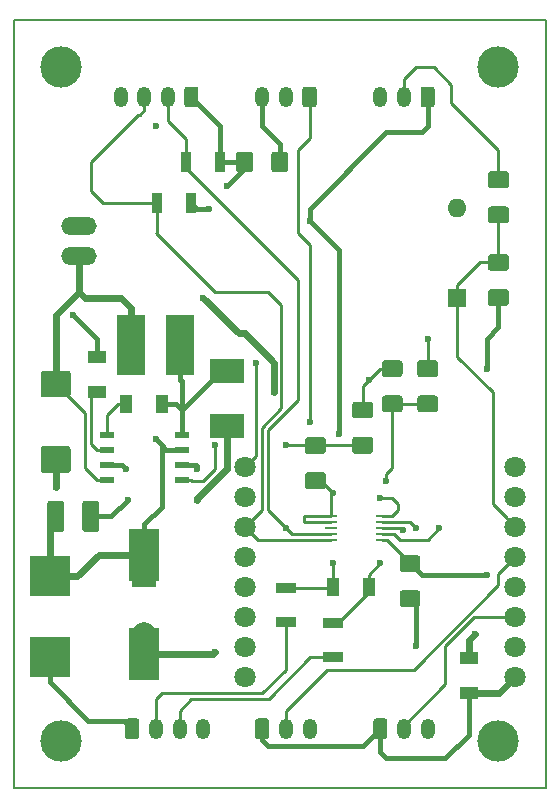
<source format=gbr>
%TF.GenerationSoftware,KiCad,Pcbnew,5.1.1*%
%TF.CreationDate,2019-04-24T12:59:08+01:00*%
%TF.ProjectId,ESP8266_home_battery_controller,45535038-3236-4365-9f68-6f6d655f6261,0.6*%
%TF.SameCoordinates,Original*%
%TF.FileFunction,Copper,L1,Top*%
%TF.FilePolarity,Positive*%
%FSLAX46Y46*%
G04 Gerber Fmt 4.6, Leading zero omitted, Abs format (unit mm)*
G04 Created by KiCad (PCBNEW 5.1.1) date 2019-04-24 12:59:08*
%MOMM*%
%LPD*%
G04 APERTURE LIST*
%ADD10C,0.150000*%
%ADD11O,1.200000X1.750000*%
%ADD12C,0.100000*%
%ADD13C,1.200000*%
%ADD14R,1.600000X1.000000*%
%ADD15R,2.350000X5.100000*%
%ADD16C,1.800000*%
%ADD17C,3.500000*%
%ADD18R,1.100000X0.250000*%
%ADD19R,1.700000X0.900000*%
%ADD20R,3.500000X3.500000*%
%ADD21O,3.010000X1.510000*%
%ADD22R,1.143000X0.508000*%
%ADD23R,1.000000X1.600000*%
%ADD24R,3.000000X2.000000*%
%ADD25R,0.900000X1.700000*%
%ADD26C,1.425000*%
%ADD27C,2.250000*%
%ADD28R,2.500000X4.400000*%
%ADD29C,2.000000*%
%ADD30R,2.000000X2.000000*%
%ADD31R,1.600000X1.600000*%
%ADD32O,1.600000X1.600000*%
%ADD33C,0.600000*%
%ADD34C,0.250000*%
%ADD35C,0.600000*%
%ADD36C,0.400000*%
G04 APERTURE END LIST*
D10*
X150000000Y-55000000D02*
X195000000Y-55000000D01*
X150000000Y-120000000D02*
X150000000Y-55000000D01*
X195000000Y-120000000D02*
X150000000Y-120000000D01*
X195000000Y-55000000D02*
X195000000Y-120000000D01*
D11*
X171000000Y-61500000D03*
X173000000Y-61500000D03*
D12*
G36*
X175374505Y-60626204D02*
G01*
X175398773Y-60629804D01*
X175422572Y-60635765D01*
X175445671Y-60644030D01*
X175467850Y-60654520D01*
X175488893Y-60667132D01*
X175508599Y-60681747D01*
X175526777Y-60698223D01*
X175543253Y-60716401D01*
X175557868Y-60736107D01*
X175570480Y-60757150D01*
X175580970Y-60779329D01*
X175589235Y-60802428D01*
X175595196Y-60826227D01*
X175598796Y-60850495D01*
X175600000Y-60874999D01*
X175600000Y-62125001D01*
X175598796Y-62149505D01*
X175595196Y-62173773D01*
X175589235Y-62197572D01*
X175580970Y-62220671D01*
X175570480Y-62242850D01*
X175557868Y-62263893D01*
X175543253Y-62283599D01*
X175526777Y-62301777D01*
X175508599Y-62318253D01*
X175488893Y-62332868D01*
X175467850Y-62345480D01*
X175445671Y-62355970D01*
X175422572Y-62364235D01*
X175398773Y-62370196D01*
X175374505Y-62373796D01*
X175350001Y-62375000D01*
X174649999Y-62375000D01*
X174625495Y-62373796D01*
X174601227Y-62370196D01*
X174577428Y-62364235D01*
X174554329Y-62355970D01*
X174532150Y-62345480D01*
X174511107Y-62332868D01*
X174491401Y-62318253D01*
X174473223Y-62301777D01*
X174456747Y-62283599D01*
X174442132Y-62263893D01*
X174429520Y-62242850D01*
X174419030Y-62220671D01*
X174410765Y-62197572D01*
X174404804Y-62173773D01*
X174401204Y-62149505D01*
X174400000Y-62125001D01*
X174400000Y-60874999D01*
X174401204Y-60850495D01*
X174404804Y-60826227D01*
X174410765Y-60802428D01*
X174419030Y-60779329D01*
X174429520Y-60757150D01*
X174442132Y-60736107D01*
X174456747Y-60716401D01*
X174473223Y-60698223D01*
X174491401Y-60681747D01*
X174511107Y-60667132D01*
X174532150Y-60654520D01*
X174554329Y-60644030D01*
X174577428Y-60635765D01*
X174601227Y-60629804D01*
X174625495Y-60626204D01*
X174649999Y-60625000D01*
X175350001Y-60625000D01*
X175374505Y-60626204D01*
X175374505Y-60626204D01*
G37*
D13*
X175000000Y-61500000D03*
D14*
X157000000Y-86500000D03*
X157000000Y-83500000D03*
D15*
X159925000Y-82500000D03*
X164075000Y-82500000D03*
D16*
X169570000Y-92840000D03*
X169570000Y-95380000D03*
X169570000Y-97920000D03*
X169570000Y-100460000D03*
X169570000Y-103000000D03*
X169570000Y-105540000D03*
X169570000Y-108080000D03*
X169570000Y-110620000D03*
X192430000Y-110620000D03*
X192430000Y-108080000D03*
X192430000Y-105540000D03*
X192430000Y-103000000D03*
X192430000Y-100460000D03*
X192430000Y-97920000D03*
X192430000Y-95380000D03*
X192430000Y-92840000D03*
D17*
X191000000Y-116000000D03*
D18*
X181150000Y-97000000D03*
X181150000Y-97500000D03*
X181150000Y-98000000D03*
X181150000Y-98500000D03*
X181150000Y-99000000D03*
X176850000Y-99000000D03*
X176850000Y-98500000D03*
X176850000Y-98000000D03*
X176850000Y-97500000D03*
X176850000Y-97000000D03*
D19*
X177000000Y-106050000D03*
X177000000Y-108950000D03*
X173000000Y-105950000D03*
X173000000Y-103050000D03*
D20*
X153000000Y-108900000D03*
X153000000Y-102100000D03*
D21*
X155500000Y-75000000D03*
X155500000Y-72460000D03*
D22*
X164175000Y-90095000D03*
X164175000Y-91365000D03*
X164175000Y-92635000D03*
X164175000Y-93905000D03*
X157825000Y-93905000D03*
X157825000Y-92635000D03*
X157825000Y-91365000D03*
X157825000Y-90095000D03*
D23*
X159500000Y-87500000D03*
X162500000Y-87500000D03*
D24*
X168000000Y-84675000D03*
X168000000Y-89325000D03*
D25*
X167450000Y-67000000D03*
X164550000Y-67000000D03*
X164950000Y-70500000D03*
X162050000Y-70500000D03*
D14*
X188500000Y-112000000D03*
X188500000Y-109000000D03*
D23*
X177000000Y-103000000D03*
X180000000Y-103000000D03*
D17*
X154000000Y-59000000D03*
X191000000Y-59000000D03*
X154000000Y-116000000D03*
D12*
G36*
X184149504Y-100301204D02*
G01*
X184173773Y-100304804D01*
X184197571Y-100310765D01*
X184220671Y-100319030D01*
X184242849Y-100329520D01*
X184263893Y-100342133D01*
X184283598Y-100356747D01*
X184301777Y-100373223D01*
X184318253Y-100391402D01*
X184332867Y-100411107D01*
X184345480Y-100432151D01*
X184355970Y-100454329D01*
X184364235Y-100477429D01*
X184370196Y-100501227D01*
X184373796Y-100525496D01*
X184375000Y-100550000D01*
X184375000Y-101475000D01*
X184373796Y-101499504D01*
X184370196Y-101523773D01*
X184364235Y-101547571D01*
X184355970Y-101570671D01*
X184345480Y-101592849D01*
X184332867Y-101613893D01*
X184318253Y-101633598D01*
X184301777Y-101651777D01*
X184283598Y-101668253D01*
X184263893Y-101682867D01*
X184242849Y-101695480D01*
X184220671Y-101705970D01*
X184197571Y-101714235D01*
X184173773Y-101720196D01*
X184149504Y-101723796D01*
X184125000Y-101725000D01*
X182875000Y-101725000D01*
X182850496Y-101723796D01*
X182826227Y-101720196D01*
X182802429Y-101714235D01*
X182779329Y-101705970D01*
X182757151Y-101695480D01*
X182736107Y-101682867D01*
X182716402Y-101668253D01*
X182698223Y-101651777D01*
X182681747Y-101633598D01*
X182667133Y-101613893D01*
X182654520Y-101592849D01*
X182644030Y-101570671D01*
X182635765Y-101547571D01*
X182629804Y-101523773D01*
X182626204Y-101499504D01*
X182625000Y-101475000D01*
X182625000Y-100550000D01*
X182626204Y-100525496D01*
X182629804Y-100501227D01*
X182635765Y-100477429D01*
X182644030Y-100454329D01*
X182654520Y-100432151D01*
X182667133Y-100411107D01*
X182681747Y-100391402D01*
X182698223Y-100373223D01*
X182716402Y-100356747D01*
X182736107Y-100342133D01*
X182757151Y-100329520D01*
X182779329Y-100319030D01*
X182802429Y-100310765D01*
X182826227Y-100304804D01*
X182850496Y-100301204D01*
X182875000Y-100300000D01*
X184125000Y-100300000D01*
X184149504Y-100301204D01*
X184149504Y-100301204D01*
G37*
D26*
X183500000Y-101012500D03*
D12*
G36*
X184149504Y-103276204D02*
G01*
X184173773Y-103279804D01*
X184197571Y-103285765D01*
X184220671Y-103294030D01*
X184242849Y-103304520D01*
X184263893Y-103317133D01*
X184283598Y-103331747D01*
X184301777Y-103348223D01*
X184318253Y-103366402D01*
X184332867Y-103386107D01*
X184345480Y-103407151D01*
X184355970Y-103429329D01*
X184364235Y-103452429D01*
X184370196Y-103476227D01*
X184373796Y-103500496D01*
X184375000Y-103525000D01*
X184375000Y-104450000D01*
X184373796Y-104474504D01*
X184370196Y-104498773D01*
X184364235Y-104522571D01*
X184355970Y-104545671D01*
X184345480Y-104567849D01*
X184332867Y-104588893D01*
X184318253Y-104608598D01*
X184301777Y-104626777D01*
X184283598Y-104643253D01*
X184263893Y-104657867D01*
X184242849Y-104670480D01*
X184220671Y-104680970D01*
X184197571Y-104689235D01*
X184173773Y-104695196D01*
X184149504Y-104698796D01*
X184125000Y-104700000D01*
X182875000Y-104700000D01*
X182850496Y-104698796D01*
X182826227Y-104695196D01*
X182802429Y-104689235D01*
X182779329Y-104680970D01*
X182757151Y-104670480D01*
X182736107Y-104657867D01*
X182716402Y-104643253D01*
X182698223Y-104626777D01*
X182681747Y-104608598D01*
X182667133Y-104588893D01*
X182654520Y-104567849D01*
X182644030Y-104545671D01*
X182635765Y-104522571D01*
X182629804Y-104498773D01*
X182626204Y-104474504D01*
X182625000Y-104450000D01*
X182625000Y-103525000D01*
X182626204Y-103500496D01*
X182629804Y-103476227D01*
X182635765Y-103452429D01*
X182644030Y-103429329D01*
X182654520Y-103407151D01*
X182667133Y-103386107D01*
X182681747Y-103366402D01*
X182698223Y-103348223D01*
X182716402Y-103331747D01*
X182736107Y-103317133D01*
X182757151Y-103304520D01*
X182779329Y-103294030D01*
X182802429Y-103285765D01*
X182826227Y-103279804D01*
X182850496Y-103276204D01*
X182875000Y-103275000D01*
X184125000Y-103275000D01*
X184149504Y-103276204D01*
X184149504Y-103276204D01*
G37*
D26*
X183500000Y-103987500D03*
D12*
G36*
X182649504Y-86776204D02*
G01*
X182673773Y-86779804D01*
X182697571Y-86785765D01*
X182720671Y-86794030D01*
X182742849Y-86804520D01*
X182763893Y-86817133D01*
X182783598Y-86831747D01*
X182801777Y-86848223D01*
X182818253Y-86866402D01*
X182832867Y-86886107D01*
X182845480Y-86907151D01*
X182855970Y-86929329D01*
X182864235Y-86952429D01*
X182870196Y-86976227D01*
X182873796Y-87000496D01*
X182875000Y-87025000D01*
X182875000Y-87950000D01*
X182873796Y-87974504D01*
X182870196Y-87998773D01*
X182864235Y-88022571D01*
X182855970Y-88045671D01*
X182845480Y-88067849D01*
X182832867Y-88088893D01*
X182818253Y-88108598D01*
X182801777Y-88126777D01*
X182783598Y-88143253D01*
X182763893Y-88157867D01*
X182742849Y-88170480D01*
X182720671Y-88180970D01*
X182697571Y-88189235D01*
X182673773Y-88195196D01*
X182649504Y-88198796D01*
X182625000Y-88200000D01*
X181375000Y-88200000D01*
X181350496Y-88198796D01*
X181326227Y-88195196D01*
X181302429Y-88189235D01*
X181279329Y-88180970D01*
X181257151Y-88170480D01*
X181236107Y-88157867D01*
X181216402Y-88143253D01*
X181198223Y-88126777D01*
X181181747Y-88108598D01*
X181167133Y-88088893D01*
X181154520Y-88067849D01*
X181144030Y-88045671D01*
X181135765Y-88022571D01*
X181129804Y-87998773D01*
X181126204Y-87974504D01*
X181125000Y-87950000D01*
X181125000Y-87025000D01*
X181126204Y-87000496D01*
X181129804Y-86976227D01*
X181135765Y-86952429D01*
X181144030Y-86929329D01*
X181154520Y-86907151D01*
X181167133Y-86886107D01*
X181181747Y-86866402D01*
X181198223Y-86848223D01*
X181216402Y-86831747D01*
X181236107Y-86817133D01*
X181257151Y-86804520D01*
X181279329Y-86794030D01*
X181302429Y-86785765D01*
X181326227Y-86779804D01*
X181350496Y-86776204D01*
X181375000Y-86775000D01*
X182625000Y-86775000D01*
X182649504Y-86776204D01*
X182649504Y-86776204D01*
G37*
D26*
X182000000Y-87487500D03*
D12*
G36*
X182649504Y-83801204D02*
G01*
X182673773Y-83804804D01*
X182697571Y-83810765D01*
X182720671Y-83819030D01*
X182742849Y-83829520D01*
X182763893Y-83842133D01*
X182783598Y-83856747D01*
X182801777Y-83873223D01*
X182818253Y-83891402D01*
X182832867Y-83911107D01*
X182845480Y-83932151D01*
X182855970Y-83954329D01*
X182864235Y-83977429D01*
X182870196Y-84001227D01*
X182873796Y-84025496D01*
X182875000Y-84050000D01*
X182875000Y-84975000D01*
X182873796Y-84999504D01*
X182870196Y-85023773D01*
X182864235Y-85047571D01*
X182855970Y-85070671D01*
X182845480Y-85092849D01*
X182832867Y-85113893D01*
X182818253Y-85133598D01*
X182801777Y-85151777D01*
X182783598Y-85168253D01*
X182763893Y-85182867D01*
X182742849Y-85195480D01*
X182720671Y-85205970D01*
X182697571Y-85214235D01*
X182673773Y-85220196D01*
X182649504Y-85223796D01*
X182625000Y-85225000D01*
X181375000Y-85225000D01*
X181350496Y-85223796D01*
X181326227Y-85220196D01*
X181302429Y-85214235D01*
X181279329Y-85205970D01*
X181257151Y-85195480D01*
X181236107Y-85182867D01*
X181216402Y-85168253D01*
X181198223Y-85151777D01*
X181181747Y-85133598D01*
X181167133Y-85113893D01*
X181154520Y-85092849D01*
X181144030Y-85070671D01*
X181135765Y-85047571D01*
X181129804Y-85023773D01*
X181126204Y-84999504D01*
X181125000Y-84975000D01*
X181125000Y-84050000D01*
X181126204Y-84025496D01*
X181129804Y-84001227D01*
X181135765Y-83977429D01*
X181144030Y-83954329D01*
X181154520Y-83932151D01*
X181167133Y-83911107D01*
X181181747Y-83891402D01*
X181198223Y-83873223D01*
X181216402Y-83856747D01*
X181236107Y-83842133D01*
X181257151Y-83829520D01*
X181279329Y-83819030D01*
X181302429Y-83810765D01*
X181326227Y-83804804D01*
X181350496Y-83801204D01*
X181375000Y-83800000D01*
X182625000Y-83800000D01*
X182649504Y-83801204D01*
X182649504Y-83801204D01*
G37*
D26*
X182000000Y-84512500D03*
D12*
G36*
X185649504Y-83801204D02*
G01*
X185673773Y-83804804D01*
X185697571Y-83810765D01*
X185720671Y-83819030D01*
X185742849Y-83829520D01*
X185763893Y-83842133D01*
X185783598Y-83856747D01*
X185801777Y-83873223D01*
X185818253Y-83891402D01*
X185832867Y-83911107D01*
X185845480Y-83932151D01*
X185855970Y-83954329D01*
X185864235Y-83977429D01*
X185870196Y-84001227D01*
X185873796Y-84025496D01*
X185875000Y-84050000D01*
X185875000Y-84975000D01*
X185873796Y-84999504D01*
X185870196Y-85023773D01*
X185864235Y-85047571D01*
X185855970Y-85070671D01*
X185845480Y-85092849D01*
X185832867Y-85113893D01*
X185818253Y-85133598D01*
X185801777Y-85151777D01*
X185783598Y-85168253D01*
X185763893Y-85182867D01*
X185742849Y-85195480D01*
X185720671Y-85205970D01*
X185697571Y-85214235D01*
X185673773Y-85220196D01*
X185649504Y-85223796D01*
X185625000Y-85225000D01*
X184375000Y-85225000D01*
X184350496Y-85223796D01*
X184326227Y-85220196D01*
X184302429Y-85214235D01*
X184279329Y-85205970D01*
X184257151Y-85195480D01*
X184236107Y-85182867D01*
X184216402Y-85168253D01*
X184198223Y-85151777D01*
X184181747Y-85133598D01*
X184167133Y-85113893D01*
X184154520Y-85092849D01*
X184144030Y-85070671D01*
X184135765Y-85047571D01*
X184129804Y-85023773D01*
X184126204Y-84999504D01*
X184125000Y-84975000D01*
X184125000Y-84050000D01*
X184126204Y-84025496D01*
X184129804Y-84001227D01*
X184135765Y-83977429D01*
X184144030Y-83954329D01*
X184154520Y-83932151D01*
X184167133Y-83911107D01*
X184181747Y-83891402D01*
X184198223Y-83873223D01*
X184216402Y-83856747D01*
X184236107Y-83842133D01*
X184257151Y-83829520D01*
X184279329Y-83819030D01*
X184302429Y-83810765D01*
X184326227Y-83804804D01*
X184350496Y-83801204D01*
X184375000Y-83800000D01*
X185625000Y-83800000D01*
X185649504Y-83801204D01*
X185649504Y-83801204D01*
G37*
D26*
X185000000Y-84512500D03*
D12*
G36*
X185649504Y-86776204D02*
G01*
X185673773Y-86779804D01*
X185697571Y-86785765D01*
X185720671Y-86794030D01*
X185742849Y-86804520D01*
X185763893Y-86817133D01*
X185783598Y-86831747D01*
X185801777Y-86848223D01*
X185818253Y-86866402D01*
X185832867Y-86886107D01*
X185845480Y-86907151D01*
X185855970Y-86929329D01*
X185864235Y-86952429D01*
X185870196Y-86976227D01*
X185873796Y-87000496D01*
X185875000Y-87025000D01*
X185875000Y-87950000D01*
X185873796Y-87974504D01*
X185870196Y-87998773D01*
X185864235Y-88022571D01*
X185855970Y-88045671D01*
X185845480Y-88067849D01*
X185832867Y-88088893D01*
X185818253Y-88108598D01*
X185801777Y-88126777D01*
X185783598Y-88143253D01*
X185763893Y-88157867D01*
X185742849Y-88170480D01*
X185720671Y-88180970D01*
X185697571Y-88189235D01*
X185673773Y-88195196D01*
X185649504Y-88198796D01*
X185625000Y-88200000D01*
X184375000Y-88200000D01*
X184350496Y-88198796D01*
X184326227Y-88195196D01*
X184302429Y-88189235D01*
X184279329Y-88180970D01*
X184257151Y-88170480D01*
X184236107Y-88157867D01*
X184216402Y-88143253D01*
X184198223Y-88126777D01*
X184181747Y-88108598D01*
X184167133Y-88088893D01*
X184154520Y-88067849D01*
X184144030Y-88045671D01*
X184135765Y-88022571D01*
X184129804Y-87998773D01*
X184126204Y-87974504D01*
X184125000Y-87950000D01*
X184125000Y-87025000D01*
X184126204Y-87000496D01*
X184129804Y-86976227D01*
X184135765Y-86952429D01*
X184144030Y-86929329D01*
X184154520Y-86907151D01*
X184167133Y-86886107D01*
X184181747Y-86866402D01*
X184198223Y-86848223D01*
X184216402Y-86831747D01*
X184236107Y-86817133D01*
X184257151Y-86804520D01*
X184279329Y-86794030D01*
X184302429Y-86785765D01*
X184326227Y-86779804D01*
X184350496Y-86776204D01*
X184375000Y-86775000D01*
X185625000Y-86775000D01*
X185649504Y-86776204D01*
X185649504Y-86776204D01*
G37*
D26*
X185000000Y-87487500D03*
D12*
G36*
X191649504Y-67801204D02*
G01*
X191673773Y-67804804D01*
X191697571Y-67810765D01*
X191720671Y-67819030D01*
X191742849Y-67829520D01*
X191763893Y-67842133D01*
X191783598Y-67856747D01*
X191801777Y-67873223D01*
X191818253Y-67891402D01*
X191832867Y-67911107D01*
X191845480Y-67932151D01*
X191855970Y-67954329D01*
X191864235Y-67977429D01*
X191870196Y-68001227D01*
X191873796Y-68025496D01*
X191875000Y-68050000D01*
X191875000Y-68975000D01*
X191873796Y-68999504D01*
X191870196Y-69023773D01*
X191864235Y-69047571D01*
X191855970Y-69070671D01*
X191845480Y-69092849D01*
X191832867Y-69113893D01*
X191818253Y-69133598D01*
X191801777Y-69151777D01*
X191783598Y-69168253D01*
X191763893Y-69182867D01*
X191742849Y-69195480D01*
X191720671Y-69205970D01*
X191697571Y-69214235D01*
X191673773Y-69220196D01*
X191649504Y-69223796D01*
X191625000Y-69225000D01*
X190375000Y-69225000D01*
X190350496Y-69223796D01*
X190326227Y-69220196D01*
X190302429Y-69214235D01*
X190279329Y-69205970D01*
X190257151Y-69195480D01*
X190236107Y-69182867D01*
X190216402Y-69168253D01*
X190198223Y-69151777D01*
X190181747Y-69133598D01*
X190167133Y-69113893D01*
X190154520Y-69092849D01*
X190144030Y-69070671D01*
X190135765Y-69047571D01*
X190129804Y-69023773D01*
X190126204Y-68999504D01*
X190125000Y-68975000D01*
X190125000Y-68050000D01*
X190126204Y-68025496D01*
X190129804Y-68001227D01*
X190135765Y-67977429D01*
X190144030Y-67954329D01*
X190154520Y-67932151D01*
X190167133Y-67911107D01*
X190181747Y-67891402D01*
X190198223Y-67873223D01*
X190216402Y-67856747D01*
X190236107Y-67842133D01*
X190257151Y-67829520D01*
X190279329Y-67819030D01*
X190302429Y-67810765D01*
X190326227Y-67804804D01*
X190350496Y-67801204D01*
X190375000Y-67800000D01*
X191625000Y-67800000D01*
X191649504Y-67801204D01*
X191649504Y-67801204D01*
G37*
D26*
X191000000Y-68512500D03*
D12*
G36*
X191649504Y-70776204D02*
G01*
X191673773Y-70779804D01*
X191697571Y-70785765D01*
X191720671Y-70794030D01*
X191742849Y-70804520D01*
X191763893Y-70817133D01*
X191783598Y-70831747D01*
X191801777Y-70848223D01*
X191818253Y-70866402D01*
X191832867Y-70886107D01*
X191845480Y-70907151D01*
X191855970Y-70929329D01*
X191864235Y-70952429D01*
X191870196Y-70976227D01*
X191873796Y-71000496D01*
X191875000Y-71025000D01*
X191875000Y-71950000D01*
X191873796Y-71974504D01*
X191870196Y-71998773D01*
X191864235Y-72022571D01*
X191855970Y-72045671D01*
X191845480Y-72067849D01*
X191832867Y-72088893D01*
X191818253Y-72108598D01*
X191801777Y-72126777D01*
X191783598Y-72143253D01*
X191763893Y-72157867D01*
X191742849Y-72170480D01*
X191720671Y-72180970D01*
X191697571Y-72189235D01*
X191673773Y-72195196D01*
X191649504Y-72198796D01*
X191625000Y-72200000D01*
X190375000Y-72200000D01*
X190350496Y-72198796D01*
X190326227Y-72195196D01*
X190302429Y-72189235D01*
X190279329Y-72180970D01*
X190257151Y-72170480D01*
X190236107Y-72157867D01*
X190216402Y-72143253D01*
X190198223Y-72126777D01*
X190181747Y-72108598D01*
X190167133Y-72088893D01*
X190154520Y-72067849D01*
X190144030Y-72045671D01*
X190135765Y-72022571D01*
X190129804Y-71998773D01*
X190126204Y-71974504D01*
X190125000Y-71950000D01*
X190125000Y-71025000D01*
X190126204Y-71000496D01*
X190129804Y-70976227D01*
X190135765Y-70952429D01*
X190144030Y-70929329D01*
X190154520Y-70907151D01*
X190167133Y-70886107D01*
X190181747Y-70866402D01*
X190198223Y-70848223D01*
X190216402Y-70831747D01*
X190236107Y-70817133D01*
X190257151Y-70804520D01*
X190279329Y-70794030D01*
X190302429Y-70785765D01*
X190326227Y-70779804D01*
X190350496Y-70776204D01*
X190375000Y-70775000D01*
X191625000Y-70775000D01*
X191649504Y-70776204D01*
X191649504Y-70776204D01*
G37*
D26*
X191000000Y-71487500D03*
D12*
G36*
X191649504Y-77776204D02*
G01*
X191673773Y-77779804D01*
X191697571Y-77785765D01*
X191720671Y-77794030D01*
X191742849Y-77804520D01*
X191763893Y-77817133D01*
X191783598Y-77831747D01*
X191801777Y-77848223D01*
X191818253Y-77866402D01*
X191832867Y-77886107D01*
X191845480Y-77907151D01*
X191855970Y-77929329D01*
X191864235Y-77952429D01*
X191870196Y-77976227D01*
X191873796Y-78000496D01*
X191875000Y-78025000D01*
X191875000Y-78950000D01*
X191873796Y-78974504D01*
X191870196Y-78998773D01*
X191864235Y-79022571D01*
X191855970Y-79045671D01*
X191845480Y-79067849D01*
X191832867Y-79088893D01*
X191818253Y-79108598D01*
X191801777Y-79126777D01*
X191783598Y-79143253D01*
X191763893Y-79157867D01*
X191742849Y-79170480D01*
X191720671Y-79180970D01*
X191697571Y-79189235D01*
X191673773Y-79195196D01*
X191649504Y-79198796D01*
X191625000Y-79200000D01*
X190375000Y-79200000D01*
X190350496Y-79198796D01*
X190326227Y-79195196D01*
X190302429Y-79189235D01*
X190279329Y-79180970D01*
X190257151Y-79170480D01*
X190236107Y-79157867D01*
X190216402Y-79143253D01*
X190198223Y-79126777D01*
X190181747Y-79108598D01*
X190167133Y-79088893D01*
X190154520Y-79067849D01*
X190144030Y-79045671D01*
X190135765Y-79022571D01*
X190129804Y-78998773D01*
X190126204Y-78974504D01*
X190125000Y-78950000D01*
X190125000Y-78025000D01*
X190126204Y-78000496D01*
X190129804Y-77976227D01*
X190135765Y-77952429D01*
X190144030Y-77929329D01*
X190154520Y-77907151D01*
X190167133Y-77886107D01*
X190181747Y-77866402D01*
X190198223Y-77848223D01*
X190216402Y-77831747D01*
X190236107Y-77817133D01*
X190257151Y-77804520D01*
X190279329Y-77794030D01*
X190302429Y-77785765D01*
X190326227Y-77779804D01*
X190350496Y-77776204D01*
X190375000Y-77775000D01*
X191625000Y-77775000D01*
X191649504Y-77776204D01*
X191649504Y-77776204D01*
G37*
D26*
X191000000Y-78487500D03*
D12*
G36*
X191649504Y-74801204D02*
G01*
X191673773Y-74804804D01*
X191697571Y-74810765D01*
X191720671Y-74819030D01*
X191742849Y-74829520D01*
X191763893Y-74842133D01*
X191783598Y-74856747D01*
X191801777Y-74873223D01*
X191818253Y-74891402D01*
X191832867Y-74911107D01*
X191845480Y-74932151D01*
X191855970Y-74954329D01*
X191864235Y-74977429D01*
X191870196Y-75001227D01*
X191873796Y-75025496D01*
X191875000Y-75050000D01*
X191875000Y-75975000D01*
X191873796Y-75999504D01*
X191870196Y-76023773D01*
X191864235Y-76047571D01*
X191855970Y-76070671D01*
X191845480Y-76092849D01*
X191832867Y-76113893D01*
X191818253Y-76133598D01*
X191801777Y-76151777D01*
X191783598Y-76168253D01*
X191763893Y-76182867D01*
X191742849Y-76195480D01*
X191720671Y-76205970D01*
X191697571Y-76214235D01*
X191673773Y-76220196D01*
X191649504Y-76223796D01*
X191625000Y-76225000D01*
X190375000Y-76225000D01*
X190350496Y-76223796D01*
X190326227Y-76220196D01*
X190302429Y-76214235D01*
X190279329Y-76205970D01*
X190257151Y-76195480D01*
X190236107Y-76182867D01*
X190216402Y-76168253D01*
X190198223Y-76151777D01*
X190181747Y-76133598D01*
X190167133Y-76113893D01*
X190154520Y-76092849D01*
X190144030Y-76070671D01*
X190135765Y-76047571D01*
X190129804Y-76023773D01*
X190126204Y-75999504D01*
X190125000Y-75975000D01*
X190125000Y-75050000D01*
X190126204Y-75025496D01*
X190129804Y-75001227D01*
X190135765Y-74977429D01*
X190144030Y-74954329D01*
X190154520Y-74932151D01*
X190167133Y-74911107D01*
X190181747Y-74891402D01*
X190198223Y-74873223D01*
X190216402Y-74856747D01*
X190236107Y-74842133D01*
X190257151Y-74829520D01*
X190279329Y-74819030D01*
X190302429Y-74810765D01*
X190326227Y-74804804D01*
X190350496Y-74801204D01*
X190375000Y-74800000D01*
X191625000Y-74800000D01*
X191649504Y-74801204D01*
X191649504Y-74801204D01*
G37*
D26*
X191000000Y-75512500D03*
D12*
G36*
X154549505Y-84676204D02*
G01*
X154573773Y-84679804D01*
X154597572Y-84685765D01*
X154620671Y-84694030D01*
X154642850Y-84704520D01*
X154663893Y-84717132D01*
X154683599Y-84731747D01*
X154701777Y-84748223D01*
X154718253Y-84766401D01*
X154732868Y-84786107D01*
X154745480Y-84807150D01*
X154755970Y-84829329D01*
X154764235Y-84852428D01*
X154770196Y-84876227D01*
X154773796Y-84900495D01*
X154775000Y-84924999D01*
X154775000Y-86675001D01*
X154773796Y-86699505D01*
X154770196Y-86723773D01*
X154764235Y-86747572D01*
X154755970Y-86770671D01*
X154745480Y-86792850D01*
X154732868Y-86813893D01*
X154718253Y-86833599D01*
X154701777Y-86851777D01*
X154683599Y-86868253D01*
X154663893Y-86882868D01*
X154642850Y-86895480D01*
X154620671Y-86905970D01*
X154597572Y-86914235D01*
X154573773Y-86920196D01*
X154549505Y-86923796D01*
X154525001Y-86925000D01*
X152474999Y-86925000D01*
X152450495Y-86923796D01*
X152426227Y-86920196D01*
X152402428Y-86914235D01*
X152379329Y-86905970D01*
X152357150Y-86895480D01*
X152336107Y-86882868D01*
X152316401Y-86868253D01*
X152298223Y-86851777D01*
X152281747Y-86833599D01*
X152267132Y-86813893D01*
X152254520Y-86792850D01*
X152244030Y-86770671D01*
X152235765Y-86747572D01*
X152229804Y-86723773D01*
X152226204Y-86699505D01*
X152225000Y-86675001D01*
X152225000Y-84924999D01*
X152226204Y-84900495D01*
X152229804Y-84876227D01*
X152235765Y-84852428D01*
X152244030Y-84829329D01*
X152254520Y-84807150D01*
X152267132Y-84786107D01*
X152281747Y-84766401D01*
X152298223Y-84748223D01*
X152316401Y-84731747D01*
X152336107Y-84717132D01*
X152357150Y-84704520D01*
X152379329Y-84694030D01*
X152402428Y-84685765D01*
X152426227Y-84679804D01*
X152450495Y-84676204D01*
X152474999Y-84675000D01*
X154525001Y-84675000D01*
X154549505Y-84676204D01*
X154549505Y-84676204D01*
G37*
D27*
X153500000Y-85800000D03*
D12*
G36*
X154549505Y-91076204D02*
G01*
X154573773Y-91079804D01*
X154597572Y-91085765D01*
X154620671Y-91094030D01*
X154642850Y-91104520D01*
X154663893Y-91117132D01*
X154683599Y-91131747D01*
X154701777Y-91148223D01*
X154718253Y-91166401D01*
X154732868Y-91186107D01*
X154745480Y-91207150D01*
X154755970Y-91229329D01*
X154764235Y-91252428D01*
X154770196Y-91276227D01*
X154773796Y-91300495D01*
X154775000Y-91324999D01*
X154775000Y-93075001D01*
X154773796Y-93099505D01*
X154770196Y-93123773D01*
X154764235Y-93147572D01*
X154755970Y-93170671D01*
X154745480Y-93192850D01*
X154732868Y-93213893D01*
X154718253Y-93233599D01*
X154701777Y-93251777D01*
X154683599Y-93268253D01*
X154663893Y-93282868D01*
X154642850Y-93295480D01*
X154620671Y-93305970D01*
X154597572Y-93314235D01*
X154573773Y-93320196D01*
X154549505Y-93323796D01*
X154525001Y-93325000D01*
X152474999Y-93325000D01*
X152450495Y-93323796D01*
X152426227Y-93320196D01*
X152402428Y-93314235D01*
X152379329Y-93305970D01*
X152357150Y-93295480D01*
X152336107Y-93282868D01*
X152316401Y-93268253D01*
X152298223Y-93251777D01*
X152281747Y-93233599D01*
X152267132Y-93213893D01*
X152254520Y-93192850D01*
X152244030Y-93170671D01*
X152235765Y-93147572D01*
X152229804Y-93123773D01*
X152226204Y-93099505D01*
X152225000Y-93075001D01*
X152225000Y-91324999D01*
X152226204Y-91300495D01*
X152229804Y-91276227D01*
X152235765Y-91252428D01*
X152244030Y-91229329D01*
X152254520Y-91207150D01*
X152267132Y-91186107D01*
X152281747Y-91166401D01*
X152298223Y-91148223D01*
X152316401Y-91131747D01*
X152336107Y-91117132D01*
X152357150Y-91104520D01*
X152379329Y-91094030D01*
X152402428Y-91085765D01*
X152426227Y-91079804D01*
X152450495Y-91076204D01*
X152474999Y-91075000D01*
X154525001Y-91075000D01*
X154549505Y-91076204D01*
X154549505Y-91076204D01*
G37*
D27*
X153500000Y-92200000D03*
D12*
G36*
X153999504Y-95676204D02*
G01*
X154023773Y-95679804D01*
X154047571Y-95685765D01*
X154070671Y-95694030D01*
X154092849Y-95704520D01*
X154113893Y-95717133D01*
X154133598Y-95731747D01*
X154151777Y-95748223D01*
X154168253Y-95766402D01*
X154182867Y-95786107D01*
X154195480Y-95807151D01*
X154205970Y-95829329D01*
X154214235Y-95852429D01*
X154220196Y-95876227D01*
X154223796Y-95900496D01*
X154225000Y-95925000D01*
X154225000Y-98075000D01*
X154223796Y-98099504D01*
X154220196Y-98123773D01*
X154214235Y-98147571D01*
X154205970Y-98170671D01*
X154195480Y-98192849D01*
X154182867Y-98213893D01*
X154168253Y-98233598D01*
X154151777Y-98251777D01*
X154133598Y-98268253D01*
X154113893Y-98282867D01*
X154092849Y-98295480D01*
X154070671Y-98305970D01*
X154047571Y-98314235D01*
X154023773Y-98320196D01*
X153999504Y-98323796D01*
X153975000Y-98325000D01*
X153050000Y-98325000D01*
X153025496Y-98323796D01*
X153001227Y-98320196D01*
X152977429Y-98314235D01*
X152954329Y-98305970D01*
X152932151Y-98295480D01*
X152911107Y-98282867D01*
X152891402Y-98268253D01*
X152873223Y-98251777D01*
X152856747Y-98233598D01*
X152842133Y-98213893D01*
X152829520Y-98192849D01*
X152819030Y-98170671D01*
X152810765Y-98147571D01*
X152804804Y-98123773D01*
X152801204Y-98099504D01*
X152800000Y-98075000D01*
X152800000Y-95925000D01*
X152801204Y-95900496D01*
X152804804Y-95876227D01*
X152810765Y-95852429D01*
X152819030Y-95829329D01*
X152829520Y-95807151D01*
X152842133Y-95786107D01*
X152856747Y-95766402D01*
X152873223Y-95748223D01*
X152891402Y-95731747D01*
X152911107Y-95717133D01*
X152932151Y-95704520D01*
X152954329Y-95694030D01*
X152977429Y-95685765D01*
X153001227Y-95679804D01*
X153025496Y-95676204D01*
X153050000Y-95675000D01*
X153975000Y-95675000D01*
X153999504Y-95676204D01*
X153999504Y-95676204D01*
G37*
D26*
X153512500Y-97000000D03*
D12*
G36*
X156974504Y-95676204D02*
G01*
X156998773Y-95679804D01*
X157022571Y-95685765D01*
X157045671Y-95694030D01*
X157067849Y-95704520D01*
X157088893Y-95717133D01*
X157108598Y-95731747D01*
X157126777Y-95748223D01*
X157143253Y-95766402D01*
X157157867Y-95786107D01*
X157170480Y-95807151D01*
X157180970Y-95829329D01*
X157189235Y-95852429D01*
X157195196Y-95876227D01*
X157198796Y-95900496D01*
X157200000Y-95925000D01*
X157200000Y-98075000D01*
X157198796Y-98099504D01*
X157195196Y-98123773D01*
X157189235Y-98147571D01*
X157180970Y-98170671D01*
X157170480Y-98192849D01*
X157157867Y-98213893D01*
X157143253Y-98233598D01*
X157126777Y-98251777D01*
X157108598Y-98268253D01*
X157088893Y-98282867D01*
X157067849Y-98295480D01*
X157045671Y-98305970D01*
X157022571Y-98314235D01*
X156998773Y-98320196D01*
X156974504Y-98323796D01*
X156950000Y-98325000D01*
X156025000Y-98325000D01*
X156000496Y-98323796D01*
X155976227Y-98320196D01*
X155952429Y-98314235D01*
X155929329Y-98305970D01*
X155907151Y-98295480D01*
X155886107Y-98282867D01*
X155866402Y-98268253D01*
X155848223Y-98251777D01*
X155831747Y-98233598D01*
X155817133Y-98213893D01*
X155804520Y-98192849D01*
X155794030Y-98170671D01*
X155785765Y-98147571D01*
X155779804Y-98123773D01*
X155776204Y-98099504D01*
X155775000Y-98075000D01*
X155775000Y-95925000D01*
X155776204Y-95900496D01*
X155779804Y-95876227D01*
X155785765Y-95852429D01*
X155794030Y-95829329D01*
X155804520Y-95807151D01*
X155817133Y-95786107D01*
X155831747Y-95766402D01*
X155848223Y-95748223D01*
X155866402Y-95731747D01*
X155886107Y-95717133D01*
X155907151Y-95704520D01*
X155929329Y-95694030D01*
X155952429Y-95685765D01*
X155976227Y-95679804D01*
X156000496Y-95676204D01*
X156025000Y-95675000D01*
X156950000Y-95675000D01*
X156974504Y-95676204D01*
X156974504Y-95676204D01*
G37*
D26*
X156487500Y-97000000D03*
D28*
X161000000Y-100300000D03*
X161000000Y-108700000D03*
D12*
G36*
X169999504Y-66126204D02*
G01*
X170023773Y-66129804D01*
X170047571Y-66135765D01*
X170070671Y-66144030D01*
X170092849Y-66154520D01*
X170113893Y-66167133D01*
X170133598Y-66181747D01*
X170151777Y-66198223D01*
X170168253Y-66216402D01*
X170182867Y-66236107D01*
X170195480Y-66257151D01*
X170205970Y-66279329D01*
X170214235Y-66302429D01*
X170220196Y-66326227D01*
X170223796Y-66350496D01*
X170225000Y-66375000D01*
X170225000Y-67625000D01*
X170223796Y-67649504D01*
X170220196Y-67673773D01*
X170214235Y-67697571D01*
X170205970Y-67720671D01*
X170195480Y-67742849D01*
X170182867Y-67763893D01*
X170168253Y-67783598D01*
X170151777Y-67801777D01*
X170133598Y-67818253D01*
X170113893Y-67832867D01*
X170092849Y-67845480D01*
X170070671Y-67855970D01*
X170047571Y-67864235D01*
X170023773Y-67870196D01*
X169999504Y-67873796D01*
X169975000Y-67875000D01*
X169050000Y-67875000D01*
X169025496Y-67873796D01*
X169001227Y-67870196D01*
X168977429Y-67864235D01*
X168954329Y-67855970D01*
X168932151Y-67845480D01*
X168911107Y-67832867D01*
X168891402Y-67818253D01*
X168873223Y-67801777D01*
X168856747Y-67783598D01*
X168842133Y-67763893D01*
X168829520Y-67742849D01*
X168819030Y-67720671D01*
X168810765Y-67697571D01*
X168804804Y-67673773D01*
X168801204Y-67649504D01*
X168800000Y-67625000D01*
X168800000Y-66375000D01*
X168801204Y-66350496D01*
X168804804Y-66326227D01*
X168810765Y-66302429D01*
X168819030Y-66279329D01*
X168829520Y-66257151D01*
X168842133Y-66236107D01*
X168856747Y-66216402D01*
X168873223Y-66198223D01*
X168891402Y-66181747D01*
X168911107Y-66167133D01*
X168932151Y-66154520D01*
X168954329Y-66144030D01*
X168977429Y-66135765D01*
X169001227Y-66129804D01*
X169025496Y-66126204D01*
X169050000Y-66125000D01*
X169975000Y-66125000D01*
X169999504Y-66126204D01*
X169999504Y-66126204D01*
G37*
D26*
X169512500Y-67000000D03*
D12*
G36*
X172974504Y-66126204D02*
G01*
X172998773Y-66129804D01*
X173022571Y-66135765D01*
X173045671Y-66144030D01*
X173067849Y-66154520D01*
X173088893Y-66167133D01*
X173108598Y-66181747D01*
X173126777Y-66198223D01*
X173143253Y-66216402D01*
X173157867Y-66236107D01*
X173170480Y-66257151D01*
X173180970Y-66279329D01*
X173189235Y-66302429D01*
X173195196Y-66326227D01*
X173198796Y-66350496D01*
X173200000Y-66375000D01*
X173200000Y-67625000D01*
X173198796Y-67649504D01*
X173195196Y-67673773D01*
X173189235Y-67697571D01*
X173180970Y-67720671D01*
X173170480Y-67742849D01*
X173157867Y-67763893D01*
X173143253Y-67783598D01*
X173126777Y-67801777D01*
X173108598Y-67818253D01*
X173088893Y-67832867D01*
X173067849Y-67845480D01*
X173045671Y-67855970D01*
X173022571Y-67864235D01*
X172998773Y-67870196D01*
X172974504Y-67873796D01*
X172950000Y-67875000D01*
X172025000Y-67875000D01*
X172000496Y-67873796D01*
X171976227Y-67870196D01*
X171952429Y-67864235D01*
X171929329Y-67855970D01*
X171907151Y-67845480D01*
X171886107Y-67832867D01*
X171866402Y-67818253D01*
X171848223Y-67801777D01*
X171831747Y-67783598D01*
X171817133Y-67763893D01*
X171804520Y-67742849D01*
X171794030Y-67720671D01*
X171785765Y-67697571D01*
X171779804Y-67673773D01*
X171776204Y-67649504D01*
X171775000Y-67625000D01*
X171775000Y-66375000D01*
X171776204Y-66350496D01*
X171779804Y-66326227D01*
X171785765Y-66302429D01*
X171794030Y-66279329D01*
X171804520Y-66257151D01*
X171817133Y-66236107D01*
X171831747Y-66216402D01*
X171848223Y-66198223D01*
X171866402Y-66181747D01*
X171886107Y-66167133D01*
X171907151Y-66154520D01*
X171929329Y-66144030D01*
X171952429Y-66135765D01*
X171976227Y-66129804D01*
X172000496Y-66126204D01*
X172025000Y-66125000D01*
X172950000Y-66125000D01*
X172974504Y-66126204D01*
X172974504Y-66126204D01*
G37*
D26*
X172487500Y-67000000D03*
D12*
G36*
X165374505Y-60626204D02*
G01*
X165398773Y-60629804D01*
X165422572Y-60635765D01*
X165445671Y-60644030D01*
X165467850Y-60654520D01*
X165488893Y-60667132D01*
X165508599Y-60681747D01*
X165526777Y-60698223D01*
X165543253Y-60716401D01*
X165557868Y-60736107D01*
X165570480Y-60757150D01*
X165580970Y-60779329D01*
X165589235Y-60802428D01*
X165595196Y-60826227D01*
X165598796Y-60850495D01*
X165600000Y-60874999D01*
X165600000Y-62125001D01*
X165598796Y-62149505D01*
X165595196Y-62173773D01*
X165589235Y-62197572D01*
X165580970Y-62220671D01*
X165570480Y-62242850D01*
X165557868Y-62263893D01*
X165543253Y-62283599D01*
X165526777Y-62301777D01*
X165508599Y-62318253D01*
X165488893Y-62332868D01*
X165467850Y-62345480D01*
X165445671Y-62355970D01*
X165422572Y-62364235D01*
X165398773Y-62370196D01*
X165374505Y-62373796D01*
X165350001Y-62375000D01*
X164649999Y-62375000D01*
X164625495Y-62373796D01*
X164601227Y-62370196D01*
X164577428Y-62364235D01*
X164554329Y-62355970D01*
X164532150Y-62345480D01*
X164511107Y-62332868D01*
X164491401Y-62318253D01*
X164473223Y-62301777D01*
X164456747Y-62283599D01*
X164442132Y-62263893D01*
X164429520Y-62242850D01*
X164419030Y-62220671D01*
X164410765Y-62197572D01*
X164404804Y-62173773D01*
X164401204Y-62149505D01*
X164400000Y-62125001D01*
X164400000Y-60874999D01*
X164401204Y-60850495D01*
X164404804Y-60826227D01*
X164410765Y-60802428D01*
X164419030Y-60779329D01*
X164429520Y-60757150D01*
X164442132Y-60736107D01*
X164456747Y-60716401D01*
X164473223Y-60698223D01*
X164491401Y-60681747D01*
X164511107Y-60667132D01*
X164532150Y-60654520D01*
X164554329Y-60644030D01*
X164577428Y-60635765D01*
X164601227Y-60629804D01*
X164625495Y-60626204D01*
X164649999Y-60625000D01*
X165350001Y-60625000D01*
X165374505Y-60626204D01*
X165374505Y-60626204D01*
G37*
D13*
X165000000Y-61500000D03*
D11*
X163000000Y-61500000D03*
X161000000Y-61500000D03*
X159000000Y-61500000D03*
D12*
G36*
X180149504Y-87301204D02*
G01*
X180173773Y-87304804D01*
X180197571Y-87310765D01*
X180220671Y-87319030D01*
X180242849Y-87329520D01*
X180263893Y-87342133D01*
X180283598Y-87356747D01*
X180301777Y-87373223D01*
X180318253Y-87391402D01*
X180332867Y-87411107D01*
X180345480Y-87432151D01*
X180355970Y-87454329D01*
X180364235Y-87477429D01*
X180370196Y-87501227D01*
X180373796Y-87525496D01*
X180375000Y-87550000D01*
X180375000Y-88475000D01*
X180373796Y-88499504D01*
X180370196Y-88523773D01*
X180364235Y-88547571D01*
X180355970Y-88570671D01*
X180345480Y-88592849D01*
X180332867Y-88613893D01*
X180318253Y-88633598D01*
X180301777Y-88651777D01*
X180283598Y-88668253D01*
X180263893Y-88682867D01*
X180242849Y-88695480D01*
X180220671Y-88705970D01*
X180197571Y-88714235D01*
X180173773Y-88720196D01*
X180149504Y-88723796D01*
X180125000Y-88725000D01*
X178875000Y-88725000D01*
X178850496Y-88723796D01*
X178826227Y-88720196D01*
X178802429Y-88714235D01*
X178779329Y-88705970D01*
X178757151Y-88695480D01*
X178736107Y-88682867D01*
X178716402Y-88668253D01*
X178698223Y-88651777D01*
X178681747Y-88633598D01*
X178667133Y-88613893D01*
X178654520Y-88592849D01*
X178644030Y-88570671D01*
X178635765Y-88547571D01*
X178629804Y-88523773D01*
X178626204Y-88499504D01*
X178625000Y-88475000D01*
X178625000Y-87550000D01*
X178626204Y-87525496D01*
X178629804Y-87501227D01*
X178635765Y-87477429D01*
X178644030Y-87454329D01*
X178654520Y-87432151D01*
X178667133Y-87411107D01*
X178681747Y-87391402D01*
X178698223Y-87373223D01*
X178716402Y-87356747D01*
X178736107Y-87342133D01*
X178757151Y-87329520D01*
X178779329Y-87319030D01*
X178802429Y-87310765D01*
X178826227Y-87304804D01*
X178850496Y-87301204D01*
X178875000Y-87300000D01*
X180125000Y-87300000D01*
X180149504Y-87301204D01*
X180149504Y-87301204D01*
G37*
D26*
X179500000Y-88012500D03*
D12*
G36*
X180149504Y-90276204D02*
G01*
X180173773Y-90279804D01*
X180197571Y-90285765D01*
X180220671Y-90294030D01*
X180242849Y-90304520D01*
X180263893Y-90317133D01*
X180283598Y-90331747D01*
X180301777Y-90348223D01*
X180318253Y-90366402D01*
X180332867Y-90386107D01*
X180345480Y-90407151D01*
X180355970Y-90429329D01*
X180364235Y-90452429D01*
X180370196Y-90476227D01*
X180373796Y-90500496D01*
X180375000Y-90525000D01*
X180375000Y-91450000D01*
X180373796Y-91474504D01*
X180370196Y-91498773D01*
X180364235Y-91522571D01*
X180355970Y-91545671D01*
X180345480Y-91567849D01*
X180332867Y-91588893D01*
X180318253Y-91608598D01*
X180301777Y-91626777D01*
X180283598Y-91643253D01*
X180263893Y-91657867D01*
X180242849Y-91670480D01*
X180220671Y-91680970D01*
X180197571Y-91689235D01*
X180173773Y-91695196D01*
X180149504Y-91698796D01*
X180125000Y-91700000D01*
X178875000Y-91700000D01*
X178850496Y-91698796D01*
X178826227Y-91695196D01*
X178802429Y-91689235D01*
X178779329Y-91680970D01*
X178757151Y-91670480D01*
X178736107Y-91657867D01*
X178716402Y-91643253D01*
X178698223Y-91626777D01*
X178681747Y-91608598D01*
X178667133Y-91588893D01*
X178654520Y-91567849D01*
X178644030Y-91545671D01*
X178635765Y-91522571D01*
X178629804Y-91498773D01*
X178626204Y-91474504D01*
X178625000Y-91450000D01*
X178625000Y-90525000D01*
X178626204Y-90500496D01*
X178629804Y-90476227D01*
X178635765Y-90452429D01*
X178644030Y-90429329D01*
X178654520Y-90407151D01*
X178667133Y-90386107D01*
X178681747Y-90366402D01*
X178698223Y-90348223D01*
X178716402Y-90331747D01*
X178736107Y-90317133D01*
X178757151Y-90304520D01*
X178779329Y-90294030D01*
X178802429Y-90285765D01*
X178826227Y-90279804D01*
X178850496Y-90276204D01*
X178875000Y-90275000D01*
X180125000Y-90275000D01*
X180149504Y-90276204D01*
X180149504Y-90276204D01*
G37*
D26*
X179500000Y-90987500D03*
D12*
G36*
X176149504Y-93276204D02*
G01*
X176173773Y-93279804D01*
X176197571Y-93285765D01*
X176220671Y-93294030D01*
X176242849Y-93304520D01*
X176263893Y-93317133D01*
X176283598Y-93331747D01*
X176301777Y-93348223D01*
X176318253Y-93366402D01*
X176332867Y-93386107D01*
X176345480Y-93407151D01*
X176355970Y-93429329D01*
X176364235Y-93452429D01*
X176370196Y-93476227D01*
X176373796Y-93500496D01*
X176375000Y-93525000D01*
X176375000Y-94450000D01*
X176373796Y-94474504D01*
X176370196Y-94498773D01*
X176364235Y-94522571D01*
X176355970Y-94545671D01*
X176345480Y-94567849D01*
X176332867Y-94588893D01*
X176318253Y-94608598D01*
X176301777Y-94626777D01*
X176283598Y-94643253D01*
X176263893Y-94657867D01*
X176242849Y-94670480D01*
X176220671Y-94680970D01*
X176197571Y-94689235D01*
X176173773Y-94695196D01*
X176149504Y-94698796D01*
X176125000Y-94700000D01*
X174875000Y-94700000D01*
X174850496Y-94698796D01*
X174826227Y-94695196D01*
X174802429Y-94689235D01*
X174779329Y-94680970D01*
X174757151Y-94670480D01*
X174736107Y-94657867D01*
X174716402Y-94643253D01*
X174698223Y-94626777D01*
X174681747Y-94608598D01*
X174667133Y-94588893D01*
X174654520Y-94567849D01*
X174644030Y-94545671D01*
X174635765Y-94522571D01*
X174629804Y-94498773D01*
X174626204Y-94474504D01*
X174625000Y-94450000D01*
X174625000Y-93525000D01*
X174626204Y-93500496D01*
X174629804Y-93476227D01*
X174635765Y-93452429D01*
X174644030Y-93429329D01*
X174654520Y-93407151D01*
X174667133Y-93386107D01*
X174681747Y-93366402D01*
X174698223Y-93348223D01*
X174716402Y-93331747D01*
X174736107Y-93317133D01*
X174757151Y-93304520D01*
X174779329Y-93294030D01*
X174802429Y-93285765D01*
X174826227Y-93279804D01*
X174850496Y-93276204D01*
X174875000Y-93275000D01*
X176125000Y-93275000D01*
X176149504Y-93276204D01*
X176149504Y-93276204D01*
G37*
D26*
X175500000Y-93987500D03*
D12*
G36*
X176149504Y-90301204D02*
G01*
X176173773Y-90304804D01*
X176197571Y-90310765D01*
X176220671Y-90319030D01*
X176242849Y-90329520D01*
X176263893Y-90342133D01*
X176283598Y-90356747D01*
X176301777Y-90373223D01*
X176318253Y-90391402D01*
X176332867Y-90411107D01*
X176345480Y-90432151D01*
X176355970Y-90454329D01*
X176364235Y-90477429D01*
X176370196Y-90501227D01*
X176373796Y-90525496D01*
X176375000Y-90550000D01*
X176375000Y-91475000D01*
X176373796Y-91499504D01*
X176370196Y-91523773D01*
X176364235Y-91547571D01*
X176355970Y-91570671D01*
X176345480Y-91592849D01*
X176332867Y-91613893D01*
X176318253Y-91633598D01*
X176301777Y-91651777D01*
X176283598Y-91668253D01*
X176263893Y-91682867D01*
X176242849Y-91695480D01*
X176220671Y-91705970D01*
X176197571Y-91714235D01*
X176173773Y-91720196D01*
X176149504Y-91723796D01*
X176125000Y-91725000D01*
X174875000Y-91725000D01*
X174850496Y-91723796D01*
X174826227Y-91720196D01*
X174802429Y-91714235D01*
X174779329Y-91705970D01*
X174757151Y-91695480D01*
X174736107Y-91682867D01*
X174716402Y-91668253D01*
X174698223Y-91651777D01*
X174681747Y-91633598D01*
X174667133Y-91613893D01*
X174654520Y-91592849D01*
X174644030Y-91570671D01*
X174635765Y-91547571D01*
X174629804Y-91523773D01*
X174626204Y-91499504D01*
X174625000Y-91475000D01*
X174625000Y-90550000D01*
X174626204Y-90525496D01*
X174629804Y-90501227D01*
X174635765Y-90477429D01*
X174644030Y-90454329D01*
X174654520Y-90432151D01*
X174667133Y-90411107D01*
X174681747Y-90391402D01*
X174698223Y-90373223D01*
X174716402Y-90356747D01*
X174736107Y-90342133D01*
X174757151Y-90329520D01*
X174779329Y-90319030D01*
X174802429Y-90310765D01*
X174826227Y-90304804D01*
X174850496Y-90301204D01*
X174875000Y-90300000D01*
X176125000Y-90300000D01*
X176149504Y-90301204D01*
X176149504Y-90301204D01*
G37*
D26*
X175500000Y-91012500D03*
D11*
X175000000Y-115000000D03*
X173000000Y-115000000D03*
D12*
G36*
X171374505Y-114126204D02*
G01*
X171398773Y-114129804D01*
X171422572Y-114135765D01*
X171445671Y-114144030D01*
X171467850Y-114154520D01*
X171488893Y-114167132D01*
X171508599Y-114181747D01*
X171526777Y-114198223D01*
X171543253Y-114216401D01*
X171557868Y-114236107D01*
X171570480Y-114257150D01*
X171580970Y-114279329D01*
X171589235Y-114302428D01*
X171595196Y-114326227D01*
X171598796Y-114350495D01*
X171600000Y-114374999D01*
X171600000Y-115625001D01*
X171598796Y-115649505D01*
X171595196Y-115673773D01*
X171589235Y-115697572D01*
X171580970Y-115720671D01*
X171570480Y-115742850D01*
X171557868Y-115763893D01*
X171543253Y-115783599D01*
X171526777Y-115801777D01*
X171508599Y-115818253D01*
X171488893Y-115832868D01*
X171467850Y-115845480D01*
X171445671Y-115855970D01*
X171422572Y-115864235D01*
X171398773Y-115870196D01*
X171374505Y-115873796D01*
X171350001Y-115875000D01*
X170649999Y-115875000D01*
X170625495Y-115873796D01*
X170601227Y-115870196D01*
X170577428Y-115864235D01*
X170554329Y-115855970D01*
X170532150Y-115845480D01*
X170511107Y-115832868D01*
X170491401Y-115818253D01*
X170473223Y-115801777D01*
X170456747Y-115783599D01*
X170442132Y-115763893D01*
X170429520Y-115742850D01*
X170419030Y-115720671D01*
X170410765Y-115697572D01*
X170404804Y-115673773D01*
X170401204Y-115649505D01*
X170400000Y-115625001D01*
X170400000Y-114374999D01*
X170401204Y-114350495D01*
X170404804Y-114326227D01*
X170410765Y-114302428D01*
X170419030Y-114279329D01*
X170429520Y-114257150D01*
X170442132Y-114236107D01*
X170456747Y-114216401D01*
X170473223Y-114198223D01*
X170491401Y-114181747D01*
X170511107Y-114167132D01*
X170532150Y-114154520D01*
X170554329Y-114144030D01*
X170577428Y-114135765D01*
X170601227Y-114129804D01*
X170625495Y-114126204D01*
X170649999Y-114125000D01*
X171350001Y-114125000D01*
X171374505Y-114126204D01*
X171374505Y-114126204D01*
G37*
D13*
X171000000Y-115000000D03*
D12*
G36*
X185374505Y-60626204D02*
G01*
X185398773Y-60629804D01*
X185422572Y-60635765D01*
X185445671Y-60644030D01*
X185467850Y-60654520D01*
X185488893Y-60667132D01*
X185508599Y-60681747D01*
X185526777Y-60698223D01*
X185543253Y-60716401D01*
X185557868Y-60736107D01*
X185570480Y-60757150D01*
X185580970Y-60779329D01*
X185589235Y-60802428D01*
X185595196Y-60826227D01*
X185598796Y-60850495D01*
X185600000Y-60874999D01*
X185600000Y-62125001D01*
X185598796Y-62149505D01*
X185595196Y-62173773D01*
X185589235Y-62197572D01*
X185580970Y-62220671D01*
X185570480Y-62242850D01*
X185557868Y-62263893D01*
X185543253Y-62283599D01*
X185526777Y-62301777D01*
X185508599Y-62318253D01*
X185488893Y-62332868D01*
X185467850Y-62345480D01*
X185445671Y-62355970D01*
X185422572Y-62364235D01*
X185398773Y-62370196D01*
X185374505Y-62373796D01*
X185350001Y-62375000D01*
X184649999Y-62375000D01*
X184625495Y-62373796D01*
X184601227Y-62370196D01*
X184577428Y-62364235D01*
X184554329Y-62355970D01*
X184532150Y-62345480D01*
X184511107Y-62332868D01*
X184491401Y-62318253D01*
X184473223Y-62301777D01*
X184456747Y-62283599D01*
X184442132Y-62263893D01*
X184429520Y-62242850D01*
X184419030Y-62220671D01*
X184410765Y-62197572D01*
X184404804Y-62173773D01*
X184401204Y-62149505D01*
X184400000Y-62125001D01*
X184400000Y-60874999D01*
X184401204Y-60850495D01*
X184404804Y-60826227D01*
X184410765Y-60802428D01*
X184419030Y-60779329D01*
X184429520Y-60757150D01*
X184442132Y-60736107D01*
X184456747Y-60716401D01*
X184473223Y-60698223D01*
X184491401Y-60681747D01*
X184511107Y-60667132D01*
X184532150Y-60654520D01*
X184554329Y-60644030D01*
X184577428Y-60635765D01*
X184601227Y-60629804D01*
X184625495Y-60626204D01*
X184649999Y-60625000D01*
X185350001Y-60625000D01*
X185374505Y-60626204D01*
X185374505Y-60626204D01*
G37*
D13*
X185000000Y-61500000D03*
D11*
X183000000Y-61500000D03*
X181000000Y-61500000D03*
D12*
G36*
X181374505Y-114126204D02*
G01*
X181398773Y-114129804D01*
X181422572Y-114135765D01*
X181445671Y-114144030D01*
X181467850Y-114154520D01*
X181488893Y-114167132D01*
X181508599Y-114181747D01*
X181526777Y-114198223D01*
X181543253Y-114216401D01*
X181557868Y-114236107D01*
X181570480Y-114257150D01*
X181580970Y-114279329D01*
X181589235Y-114302428D01*
X181595196Y-114326227D01*
X181598796Y-114350495D01*
X181600000Y-114374999D01*
X181600000Y-115625001D01*
X181598796Y-115649505D01*
X181595196Y-115673773D01*
X181589235Y-115697572D01*
X181580970Y-115720671D01*
X181570480Y-115742850D01*
X181557868Y-115763893D01*
X181543253Y-115783599D01*
X181526777Y-115801777D01*
X181508599Y-115818253D01*
X181488893Y-115832868D01*
X181467850Y-115845480D01*
X181445671Y-115855970D01*
X181422572Y-115864235D01*
X181398773Y-115870196D01*
X181374505Y-115873796D01*
X181350001Y-115875000D01*
X180649999Y-115875000D01*
X180625495Y-115873796D01*
X180601227Y-115870196D01*
X180577428Y-115864235D01*
X180554329Y-115855970D01*
X180532150Y-115845480D01*
X180511107Y-115832868D01*
X180491401Y-115818253D01*
X180473223Y-115801777D01*
X180456747Y-115783599D01*
X180442132Y-115763893D01*
X180429520Y-115742850D01*
X180419030Y-115720671D01*
X180410765Y-115697572D01*
X180404804Y-115673773D01*
X180401204Y-115649505D01*
X180400000Y-115625001D01*
X180400000Y-114374999D01*
X180401204Y-114350495D01*
X180404804Y-114326227D01*
X180410765Y-114302428D01*
X180419030Y-114279329D01*
X180429520Y-114257150D01*
X180442132Y-114236107D01*
X180456747Y-114216401D01*
X180473223Y-114198223D01*
X180491401Y-114181747D01*
X180511107Y-114167132D01*
X180532150Y-114154520D01*
X180554329Y-114144030D01*
X180577428Y-114135765D01*
X180601227Y-114129804D01*
X180625495Y-114126204D01*
X180649999Y-114125000D01*
X181350001Y-114125000D01*
X181374505Y-114126204D01*
X181374505Y-114126204D01*
G37*
D13*
X181000000Y-115000000D03*
D11*
X183000000Y-115000000D03*
X185000000Y-115000000D03*
D12*
G36*
X160374505Y-114126204D02*
G01*
X160398773Y-114129804D01*
X160422572Y-114135765D01*
X160445671Y-114144030D01*
X160467850Y-114154520D01*
X160488893Y-114167132D01*
X160508599Y-114181747D01*
X160526777Y-114198223D01*
X160543253Y-114216401D01*
X160557868Y-114236107D01*
X160570480Y-114257150D01*
X160580970Y-114279329D01*
X160589235Y-114302428D01*
X160595196Y-114326227D01*
X160598796Y-114350495D01*
X160600000Y-114374999D01*
X160600000Y-115625001D01*
X160598796Y-115649505D01*
X160595196Y-115673773D01*
X160589235Y-115697572D01*
X160580970Y-115720671D01*
X160570480Y-115742850D01*
X160557868Y-115763893D01*
X160543253Y-115783599D01*
X160526777Y-115801777D01*
X160508599Y-115818253D01*
X160488893Y-115832868D01*
X160467850Y-115845480D01*
X160445671Y-115855970D01*
X160422572Y-115864235D01*
X160398773Y-115870196D01*
X160374505Y-115873796D01*
X160350001Y-115875000D01*
X159649999Y-115875000D01*
X159625495Y-115873796D01*
X159601227Y-115870196D01*
X159577428Y-115864235D01*
X159554329Y-115855970D01*
X159532150Y-115845480D01*
X159511107Y-115832868D01*
X159491401Y-115818253D01*
X159473223Y-115801777D01*
X159456747Y-115783599D01*
X159442132Y-115763893D01*
X159429520Y-115742850D01*
X159419030Y-115720671D01*
X159410765Y-115697572D01*
X159404804Y-115673773D01*
X159401204Y-115649505D01*
X159400000Y-115625001D01*
X159400000Y-114374999D01*
X159401204Y-114350495D01*
X159404804Y-114326227D01*
X159410765Y-114302428D01*
X159419030Y-114279329D01*
X159429520Y-114257150D01*
X159442132Y-114236107D01*
X159456747Y-114216401D01*
X159473223Y-114198223D01*
X159491401Y-114181747D01*
X159511107Y-114167132D01*
X159532150Y-114154520D01*
X159554329Y-114144030D01*
X159577428Y-114135765D01*
X159601227Y-114129804D01*
X159625495Y-114126204D01*
X159649999Y-114125000D01*
X160350001Y-114125000D01*
X160374505Y-114126204D01*
X160374505Y-114126204D01*
G37*
D13*
X160000000Y-115000000D03*
D11*
X162000000Y-115000000D03*
X164000000Y-115000000D03*
X166000000Y-115000000D03*
D29*
X161000000Y-107000000D03*
D30*
X161000000Y-102000000D03*
D31*
X187500000Y-78500000D03*
D32*
X187500000Y-70880000D03*
D33*
X186000000Y-98000000D03*
X184000000Y-108000000D03*
X185000000Y-82000000D03*
X177000000Y-95000000D03*
X190000000Y-84500000D03*
X159500000Y-93000000D03*
X165500000Y-95600000D03*
X153500000Y-94500000D03*
X165500000Y-93000000D03*
X189000000Y-107000000D03*
X167000000Y-108500000D03*
X159600000Y-95600000D03*
X155000000Y-80000000D03*
X180000000Y-85500000D03*
X162000000Y-90500000D03*
X190000000Y-102000000D03*
X162000000Y-64000000D03*
X168000000Y-69000000D03*
X175000000Y-72000000D03*
X177500000Y-90000000D03*
X166000000Y-78500000D03*
X172000000Y-86500000D03*
X166500000Y-71000000D03*
X173000000Y-98000000D03*
X175000000Y-89000000D03*
X170500000Y-84000000D03*
X177000000Y-101000000D03*
X181000000Y-95500000D03*
X184000000Y-98000000D03*
X181000000Y-101000000D03*
X182945150Y-98125000D03*
X181500000Y-94000000D03*
X167000000Y-91000000D03*
X173000000Y-91000000D03*
D34*
X157003500Y-93905000D02*
X156000000Y-92901500D01*
X157825000Y-93905000D02*
X157003500Y-93905000D01*
X156000000Y-88300000D02*
X153500000Y-85800000D01*
X156000000Y-92901500D02*
X156000000Y-88300000D01*
D35*
X159425000Y-81125000D02*
X159425000Y-82500000D01*
X155500000Y-78000000D02*
X155500000Y-75000000D01*
X153500000Y-85800000D02*
X153500000Y-80000000D01*
X153500000Y-80000000D02*
X155500000Y-78000000D01*
X156000000Y-78500000D02*
X155500000Y-78000000D01*
X159075000Y-78500000D02*
X156000000Y-78500000D01*
X159925000Y-79350000D02*
X159075000Y-78500000D01*
X159925000Y-82500000D02*
X159925000Y-79350000D01*
D34*
X182136410Y-98500000D02*
X182636410Y-99000000D01*
X181150000Y-98500000D02*
X182136410Y-98500000D01*
X182636410Y-99000000D02*
X185000000Y-99000000D01*
X185000000Y-99000000D02*
X186000000Y-98000000D01*
X185000000Y-84512500D02*
X185000000Y-82000000D01*
X176850000Y-95150000D02*
X177000000Y-95000000D01*
X176850000Y-97000000D02*
X176850000Y-95150000D01*
X190012500Y-84487500D02*
X190000000Y-84500000D01*
D35*
X167989999Y-89335001D02*
X167989999Y-93010001D01*
X168000000Y-89325000D02*
X167989999Y-89335001D01*
X167989999Y-93010001D02*
X165500000Y-95500000D01*
X165500000Y-95600000D02*
X165500000Y-95500000D01*
D36*
X157825000Y-92635000D02*
X159135000Y-92635000D01*
X159135000Y-92635000D02*
X159500000Y-93000000D01*
D35*
X153500000Y-92200000D02*
X153500000Y-94500000D01*
D34*
X173000000Y-67512500D02*
X172487500Y-67000000D01*
X190012500Y-84500000D02*
X190000000Y-84500000D01*
X175987500Y-93987500D02*
X177000000Y-95000000D01*
X175500000Y-93987500D02*
X175987500Y-93987500D01*
D36*
X164175000Y-92635000D02*
X165365000Y-92635000D01*
X165365000Y-92635000D02*
X165500000Y-92770000D01*
X165500000Y-92770000D02*
X165500000Y-93000000D01*
D35*
X188500000Y-109000000D02*
X188500000Y-107500000D01*
X188500000Y-107500000D02*
X189000000Y-107000000D01*
D36*
X184000000Y-104487500D02*
X183500000Y-103987500D01*
X184000000Y-108000000D02*
X184000000Y-104487500D01*
D35*
X161000000Y-108700000D02*
X166800000Y-108700000D01*
X166800000Y-108700000D02*
X167000000Y-108500000D01*
D36*
X156487500Y-97000000D02*
X158200000Y-97000000D01*
X158200000Y-97000000D02*
X159600000Y-95600000D01*
D34*
X175500000Y-97500000D02*
X176850000Y-97500000D01*
X176850000Y-97000000D02*
X174500000Y-97000000D01*
X174500000Y-97500000D02*
X175500000Y-97500000D01*
X174500000Y-97000000D02*
X174500000Y-97500000D01*
D36*
X157000000Y-83500000D02*
X157000000Y-82000000D01*
X157000000Y-82000000D02*
X155000000Y-80000000D01*
X172487500Y-67000000D02*
X172487500Y-65487500D01*
X171000000Y-64000000D02*
X171000000Y-61500000D01*
X172487500Y-65487500D02*
X171000000Y-64000000D01*
X190000000Y-84500000D02*
X190000000Y-82000000D01*
X191000000Y-81000000D02*
X191000000Y-78487500D01*
X190000000Y-82000000D02*
X191000000Y-81000000D01*
D34*
X182000000Y-84512500D02*
X180987500Y-84512500D01*
X180987500Y-84512500D02*
X180299999Y-85200001D01*
X180299999Y-85200001D02*
X180000000Y-85500000D01*
D36*
X162865000Y-91365000D02*
X164175000Y-91365000D01*
X162000000Y-90500000D02*
X162000000Y-90500000D01*
X161200000Y-102100000D02*
X161500000Y-101800000D01*
X162500000Y-95500000D02*
X162500000Y-91000000D01*
X162000000Y-90500000D02*
X162500000Y-91000000D01*
X162500000Y-91000000D02*
X162865000Y-91365000D01*
D34*
X179500000Y-86000000D02*
X180000000Y-85500000D01*
X179500000Y-88012500D02*
X179500000Y-86000000D01*
D36*
X162500000Y-96200000D02*
X162500000Y-95500000D01*
X161000000Y-97700000D02*
X162500000Y-96200000D01*
X161000000Y-100300000D02*
X161000000Y-97700000D01*
D35*
X157150000Y-100300000D02*
X161000000Y-100300000D01*
X153000000Y-102100000D02*
X155350000Y-102100000D01*
X155350000Y-102100000D02*
X157150000Y-100300000D01*
X153000000Y-97512500D02*
X153512500Y-97000000D01*
X153000000Y-102100000D02*
X153000000Y-97512500D01*
D36*
X167450000Y-63950000D02*
X165000000Y-61500000D01*
X167450000Y-67000000D02*
X167450000Y-63950000D01*
X167450000Y-67000000D02*
X169512500Y-67000000D01*
X169512500Y-67000000D02*
X169512500Y-67487500D01*
X169512500Y-67487500D02*
X168000000Y-69000000D01*
D35*
X166000000Y-78500000D02*
X169000000Y-81500000D01*
X169000000Y-81500000D02*
X169500000Y-81500000D01*
X169500000Y-81500000D02*
X172000000Y-84000000D01*
X172000000Y-84000000D02*
X172000000Y-86500000D01*
X191050000Y-112000000D02*
X192430000Y-110620000D01*
X188500000Y-112000000D02*
X191050000Y-112000000D01*
D36*
X184487500Y-102000000D02*
X183500000Y-101012500D01*
X190000000Y-102000000D02*
X184487500Y-102000000D01*
X171000000Y-115975000D02*
X171500000Y-116475000D01*
X171000000Y-115000000D02*
X171000000Y-115975000D01*
X179525000Y-116475000D02*
X181000000Y-115000000D01*
X171500000Y-116475000D02*
X179525000Y-116475000D01*
X181000000Y-115000000D02*
X181000000Y-117000000D01*
X181000000Y-117000000D02*
X181500000Y-117500000D01*
X181500000Y-117500000D02*
X186500000Y-117500000D01*
X188500000Y-115500000D02*
X188500000Y-112000000D01*
X186500000Y-117500000D02*
X188500000Y-115500000D01*
D34*
X183500000Y-100925000D02*
X183500000Y-101012500D01*
X181575000Y-99000000D02*
X183500000Y-100925000D01*
X181150000Y-99000000D02*
X181575000Y-99000000D01*
X161950000Y-64050000D02*
X162000000Y-64000000D01*
D36*
X165450000Y-71000000D02*
X164950000Y-70500000D01*
X166500000Y-71000000D02*
X165450000Y-71000000D01*
X185000000Y-64000000D02*
X185000000Y-61500000D01*
X184500000Y-64500000D02*
X185000000Y-64000000D01*
X181500000Y-64500000D02*
X184500000Y-64500000D01*
X175000000Y-72000000D02*
X175000000Y-71000000D01*
X175000000Y-71000000D02*
X181500000Y-64500000D01*
X177500000Y-74500000D02*
X175000000Y-72000000D01*
X177500000Y-90000000D02*
X177500000Y-74500000D01*
D34*
X173500000Y-98500000D02*
X173000000Y-98000000D01*
X176850000Y-98500000D02*
X173500000Y-98500000D01*
X164550000Y-67000000D02*
X164550000Y-65050000D01*
X163000000Y-63500000D02*
X163000000Y-61500000D01*
X164550000Y-65050000D02*
X163000000Y-63500000D01*
X164550000Y-67550000D02*
X164550000Y-67000000D01*
X174000000Y-77000000D02*
X164550000Y-67550000D01*
X174000000Y-87136410D02*
X174000000Y-77000000D01*
X171450010Y-89686400D02*
X174000000Y-87136410D01*
X173000000Y-98000000D02*
X171450010Y-96450010D01*
X171450010Y-96450010D02*
X171450010Y-89686400D01*
X170650000Y-99000000D02*
X169570000Y-97920000D01*
X176850000Y-99000000D02*
X170650000Y-99000000D01*
X171500000Y-78000000D02*
X171363590Y-78000000D01*
X171500000Y-78000000D02*
X167000000Y-78000000D01*
X167000000Y-78000000D02*
X162000000Y-73000000D01*
X162050000Y-72950000D02*
X162050000Y-70500000D01*
X162000000Y-73000000D02*
X162050000Y-72950000D01*
X161000000Y-62625000D02*
X161000000Y-61500000D01*
X160625000Y-63000000D02*
X161000000Y-62625000D01*
X160450000Y-63000000D02*
X160625000Y-63000000D01*
X157500000Y-70500000D02*
X156500000Y-69500000D01*
X162050000Y-70500000D02*
X157500000Y-70500000D01*
X156500000Y-69500000D02*
X156500000Y-67000000D01*
X156500000Y-67000000D02*
X158000000Y-65500000D01*
X158000000Y-65500000D02*
X158000000Y-65450000D01*
X158000000Y-65450000D02*
X160450000Y-63000000D01*
X172625010Y-79125010D02*
X171500000Y-78000000D01*
X172625010Y-87874990D02*
X172625010Y-79125010D01*
X171000000Y-89500000D02*
X172625010Y-87874990D01*
X169570000Y-97920000D02*
X171000000Y-96490000D01*
X171000000Y-96490000D02*
X171000000Y-89500000D01*
X183000000Y-114725000D02*
X186500000Y-111225000D01*
X183000000Y-115000000D02*
X183000000Y-114725000D01*
X186500000Y-111225000D02*
X186500000Y-108000000D01*
X188960000Y-105540000D02*
X192430000Y-105540000D01*
X186500000Y-108000000D02*
X188960000Y-105540000D01*
X174000000Y-73000000D02*
X174000000Y-66000000D01*
X175000000Y-65000000D02*
X175000000Y-61500000D01*
X174000000Y-66000000D02*
X175000000Y-65000000D01*
X175000000Y-89000000D02*
X175000000Y-74000000D01*
X175000000Y-74000000D02*
X174000000Y-73000000D01*
D36*
X164175000Y-90095000D02*
X164175000Y-88425000D01*
X167500000Y-84675000D02*
X168000000Y-84675000D01*
X164175000Y-88000000D02*
X167500000Y-84675000D01*
X164175000Y-88425000D02*
X164175000Y-88000000D01*
X163675000Y-87500000D02*
X162500000Y-87500000D01*
X164175000Y-88000000D02*
X163675000Y-87500000D01*
X164175000Y-85550000D02*
X164175000Y-88000000D01*
X164075000Y-85450000D02*
X164175000Y-85550000D01*
X164075000Y-82500000D02*
X164075000Y-85450000D01*
D34*
X168910000Y-93070000D02*
X169270000Y-92710000D01*
X169270000Y-92710000D02*
X169270000Y-92310000D01*
X169570000Y-92840000D02*
X170500000Y-91910000D01*
X170500000Y-91910000D02*
X170500000Y-84000000D01*
X169100000Y-105600000D02*
X168910000Y-105410000D01*
X157003500Y-91365000D02*
X156500000Y-90861500D01*
X157825000Y-91365000D02*
X157003500Y-91365000D01*
X156500000Y-90861500D02*
X156500000Y-86550000D01*
X158750000Y-87500000D02*
X159500000Y-87500000D01*
X157825000Y-88425000D02*
X158750000Y-87500000D01*
X157825000Y-90095000D02*
X157825000Y-88425000D01*
D36*
X156279290Y-114329290D02*
X153000000Y-111050000D01*
X153000000Y-111050000D02*
X153000000Y-108900000D01*
X159329290Y-114329290D02*
X156279290Y-114329290D01*
X160000000Y-115000000D02*
X159329290Y-114329290D01*
D34*
X181150000Y-97000000D02*
X182000000Y-97000000D01*
X182000000Y-97000000D02*
X182500000Y-96500000D01*
X182500000Y-96500000D02*
X182500000Y-96000000D01*
X182000000Y-95500000D02*
X181000000Y-95500000D01*
X182500000Y-96000000D02*
X182000000Y-95500000D01*
X177000000Y-103000000D02*
X177000000Y-101000000D01*
X176950000Y-103050000D02*
X177000000Y-103000000D01*
X173000000Y-103050000D02*
X176950000Y-103050000D01*
X183500000Y-97500000D02*
X181150000Y-97500000D01*
X184000000Y-98000000D02*
X183500000Y-97500000D01*
X180000000Y-103300000D02*
X180000000Y-103000000D01*
X180000000Y-102000000D02*
X181000000Y-101000000D01*
X180000000Y-103000000D02*
X180000000Y-102000000D01*
X180000000Y-103450000D02*
X180000000Y-103000000D01*
X177400000Y-106050000D02*
X180000000Y-103450000D01*
X177000000Y-106050000D02*
X177400000Y-106050000D01*
X182000000Y-87487500D02*
X185000000Y-87487500D01*
X181150000Y-98000000D02*
X183000000Y-98000000D01*
X182000000Y-88300000D02*
X182000000Y-87487500D01*
X182000000Y-92925002D02*
X182000000Y-88300000D01*
X181500000Y-93425002D02*
X182000000Y-92925002D01*
X181500000Y-94000000D02*
X181500000Y-93425002D01*
X173000000Y-110000000D02*
X173000000Y-105950000D01*
X171000000Y-112000000D02*
X173000000Y-110000000D01*
X162500000Y-112000000D02*
X171000000Y-112000000D01*
X162000000Y-115000000D02*
X162000000Y-112500000D01*
X162000000Y-112500000D02*
X162500000Y-112000000D01*
X179475000Y-91012500D02*
X179500000Y-90987500D01*
X175500000Y-91012500D02*
X179475000Y-91012500D01*
X164996500Y-93905000D02*
X165091500Y-94000000D01*
X164175000Y-93905000D02*
X164996500Y-93905000D01*
X165091500Y-94000000D02*
X166000000Y-94000000D01*
X166000000Y-94000000D02*
X167000000Y-93000000D01*
X167000000Y-93000000D02*
X167000000Y-91000000D01*
X175487500Y-91000000D02*
X175500000Y-91012500D01*
X173000000Y-91000000D02*
X175487500Y-91000000D01*
X164000000Y-115000000D02*
X164000000Y-113500000D01*
X164000000Y-113500000D02*
X165000000Y-112500000D01*
X165000000Y-112500000D02*
X171000000Y-112500000D01*
X171049990Y-112450010D02*
X171549990Y-112450010D01*
X171000000Y-112500000D02*
X171049990Y-112450010D01*
X175050000Y-108950000D02*
X177000000Y-108950000D01*
X171549990Y-112450010D02*
X175050000Y-108950000D01*
X191000000Y-101890000D02*
X192430000Y-100460000D01*
X183863590Y-110000000D02*
X191000000Y-102863590D01*
X176500000Y-110000000D02*
X183863590Y-110000000D01*
X173000000Y-115000000D02*
X173000000Y-113500000D01*
X191000000Y-102863590D02*
X191000000Y-101890000D01*
X173000000Y-113500000D02*
X176500000Y-110000000D01*
X183000000Y-60000000D02*
X183000000Y-61500000D01*
X184000000Y-59000000D02*
X183000000Y-60000000D01*
X185500000Y-59000000D02*
X184000000Y-59000000D01*
X191000000Y-68512500D02*
X191000000Y-66000000D01*
X191000000Y-66000000D02*
X187000000Y-62000000D01*
X187000000Y-62000000D02*
X187000000Y-60500000D01*
X187000000Y-60500000D02*
X185500000Y-59000000D01*
X191000000Y-75512500D02*
X191000000Y-71487500D01*
X189437500Y-75512500D02*
X190025000Y-75512500D01*
X190025000Y-75512500D02*
X191000000Y-75512500D01*
X187500000Y-77450000D02*
X189437500Y-75512500D01*
X187500000Y-78500000D02*
X187500000Y-77450000D01*
X187500000Y-83500000D02*
X187500000Y-78500000D01*
X190500000Y-86500000D02*
X187500000Y-83500000D01*
X191520001Y-97020001D02*
X190500000Y-96000000D01*
X192430000Y-97920000D02*
X191530001Y-97020001D01*
X190500000Y-96000000D02*
X190500000Y-86500000D01*
X191530001Y-97020001D02*
X191520001Y-97020001D01*
M02*

</source>
